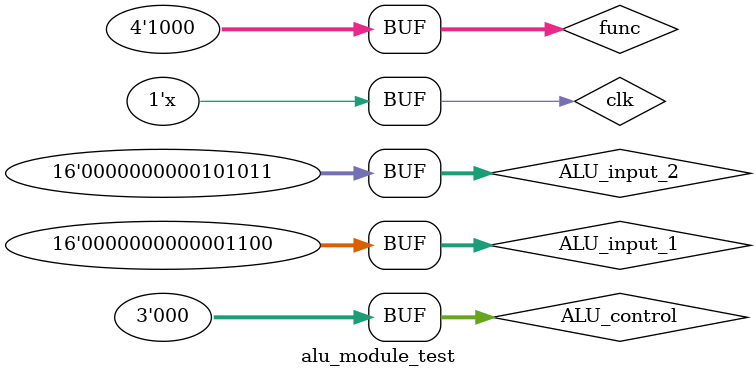
<source format=v>
`timescale 1ns / 1ps



module alu_module_test;

	// Inputs
	reg clk;
	reg [2:0] ALU_control;
	reg [15:0] ALU_input_1;
	reg [15:0] ALU_input_2;
	reg [3:0] func;

	// Outputs
	wire [15:0] ALU_Result;
	wire Zero;

	// Instantiate the Unit Under Test (UUT)
	ALU uut (
		.clk(clk), 
		.ALU_control(ALU_control), 
		.ALU_input_1(ALU_input_1), 
		.ALU_input_2(ALU_input_2), 
		.func(func), 
		.ALU_Result(ALU_Result), 
		.Zero(Zero)
	);

	initial begin
		// Initialize Inputs
		clk = 0;
		ALU_control = 0;
		ALU_input_1 = 12;
		ALU_input_2 = 43;
		func = 4'b1000;

		// Wait 100 ns for global reset to finish
		#100;
        
		// Add stimulus here

	end
	always #10 clk = ~clk;
      
endmodule


</source>
